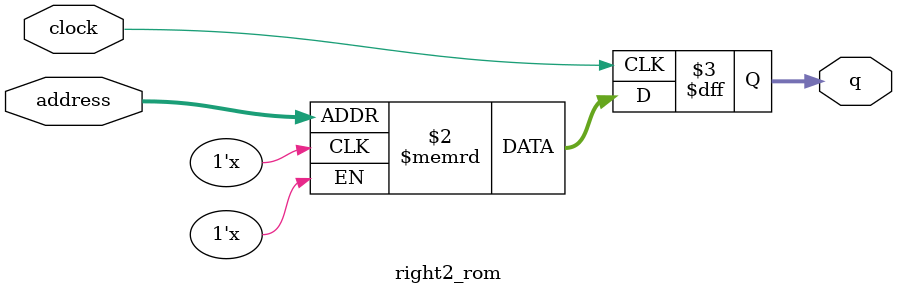
<source format=sv>
module right2_rom (
	input logic clock,
	input logic [9:0] address,
	output logic [3:0] q
);

logic [3:0] memory [0:1023] /* synthesis ram_init_file = "./right2/right2.mif" */;

always_ff @ (posedge clock) begin
	q <= memory[address];
end

endmodule

</source>
